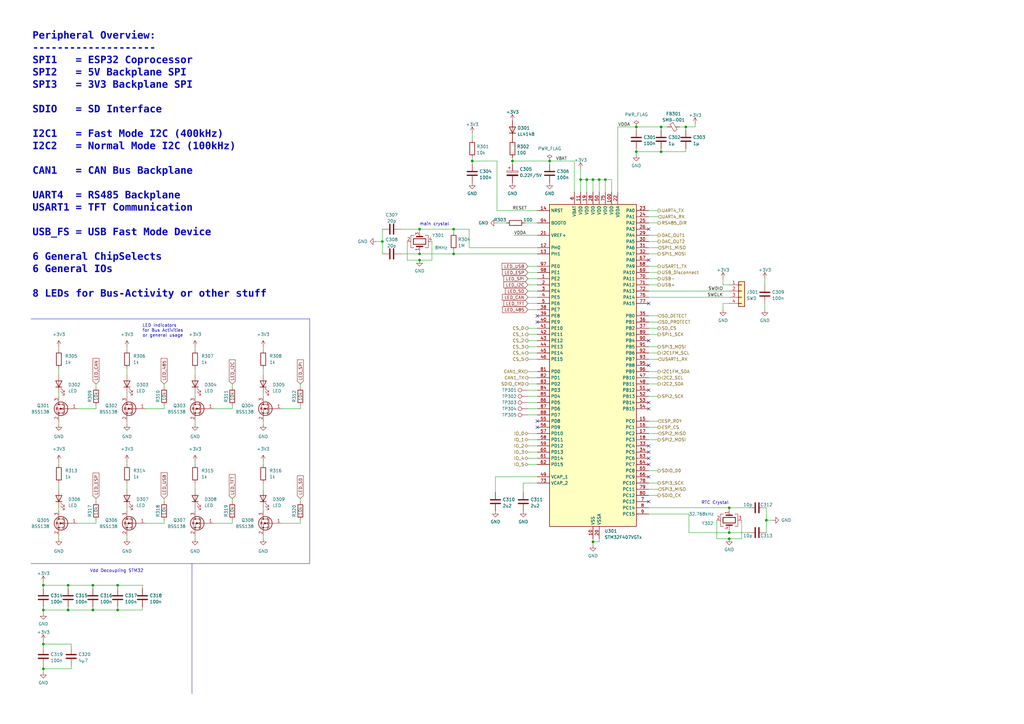
<source format=kicad_sch>
(kicad_sch (version 20230121) (generator eeschema)
  (paper "A3")
  (junction (at 17.78 250.19))
  (junction (at 17.78 264.16))
  (junction (at 186.055 93.98))
  (junction (at 186.055 104.14))
  (junction (at 260.985 52.07))
  (junction (at 299.085 220.98))
  (junction (at 248.285 73.66))
  (junction (at 281.305 52.07))
  (junction (at 240.665 73.66))
  (junction (at 271.145 62.23))
  (junction (at 243.205 73.66))
  (junction (at 27.94 250.19))
  (junction (at 225.425 66.04))
  (junction (at 260.985 62.23))
  (junction (at 238.125 73.66))
  (junction (at 27.94 240.03))
  (junction (at 172.085 104.14))
  (junction (at 210.185 66.04))
  (junction (at 245.745 73.66))
  (junction (at 172.085 93.98))
  (junction (at 17.78 240.03))
  (junction (at 17.78 274.32))
  (junction (at 243.205 222.25))
  (junction (at 193.675 66.04))
  (junction (at 314.325 213.36))
  (junction (at 48.26 240.03))
  (junction (at 38.1 240.03))
  (junction (at 299.085 218.44))
  (junction (at 48.26 250.19))
  (junction (at 271.145 52.07))
  (junction (at 38.1 250.19))
  (junction (at 299.085 208.28))
  (junction (at 172.085 106.68))
  (junction (at 156.845 99.06))
  (no_connect (at 266.065 195.58))
  (no_connect (at 220.345 175.26))
  (no_connect (at 266.065 149.86))
  (no_connect (at 266.065 182.88))
  (no_connect (at 220.345 132.08))
  (no_connect (at 266.065 185.42))
  (no_connect (at 266.065 165.1))
  (no_connect (at 266.065 106.68))
  (no_connect (at 266.065 187.96))
  (no_connect (at 266.065 124.46))
  (no_connect (at 220.345 172.72))
  (no_connect (at 220.345 129.54))
  (no_connect (at 266.065 190.5))
  (no_connect (at 266.065 160.02))
  (no_connect (at 266.065 205.74))
  (no_connect (at 266.065 167.64))
  (no_connect (at 266.065 93.98))
  (no_connect (at 266.065 139.7))
  (wire (pts (xy 186.055 102.87) (xy 186.055 104.14)))
  (wire (pts (xy 216.535 180.34) (xy 220.345 180.34)))
  (wire (pts (xy 266.065 91.44) (xy 269.875 91.44)))
  (wire (pts (xy 80.01 151.13) (xy 80.01 153.67)))
  (wire (pts (xy 260.985 52.07) (xy 253.365 52.07)))
  (wire (pts (xy 192.405 101.6) (xy 192.405 93.98)))
  (wire (pts (xy 266.065 142.24) (xy 269.875 142.24)))
  (wire (pts (xy 294.005 213.36) (xy 294.005 220.98)))
  (wire (pts (xy 296.545 116.84) (xy 299.085 116.84)))
  (wire (pts (xy 235.585 66.04) (xy 225.425 66.04)))
  (wire (pts (xy 266.065 208.28) (xy 299.085 208.28)))
  (wire (pts (xy 214.63 201.93) (xy 214.63 198.12)))
  (wire (pts (xy 115.57 214.63) (xy 123.19 214.63)))
  (wire (pts (xy 80.01 189.23) (xy 80.01 190.5)))
  (wire (pts (xy 17.78 250.19) (xy 27.94 250.19)))
  (wire (pts (xy 245.745 73.66) (xy 245.745 78.74)))
  (wire (pts (xy 266.065 96.52) (xy 269.875 96.52)))
  (wire (pts (xy 285.115 52.07) (xy 281.305 52.07)))
  (wire (pts (xy 250.825 73.66) (xy 248.285 73.66)))
  (wire (pts (xy 210.185 66.04) (xy 210.185 67.31)))
  (wire (pts (xy 296.545 114.3) (xy 296.545 116.84)))
  (wire (pts (xy 266.065 193.04) (xy 269.875 193.04)))
  (wire (pts (xy 216.535 187.96) (xy 220.345 187.96)))
  (wire (pts (xy 216.535 165.1) (xy 220.345 165.1)))
  (wire (pts (xy 269.875 137.16) (xy 266.065 137.16)))
  (wire (pts (xy 27.94 250.19) (xy 38.1 250.19)))
  (wire (pts (xy 243.205 220.98) (xy 243.205 222.25)))
  (wire (pts (xy 245.745 220.98) (xy 245.745 222.25)))
  (wire (pts (xy 266.065 116.84) (xy 269.875 116.84)))
  (wire (pts (xy 216.535 190.5) (xy 220.345 190.5)))
  (wire (pts (xy 266.065 154.94) (xy 269.875 154.94)))
  (wire (pts (xy 260.985 62.23) (xy 260.985 60.96)))
  (wire (pts (xy 215.265 91.44) (xy 220.345 91.44)))
  (wire (pts (xy 281.305 60.96) (xy 281.305 62.23)))
  (wire (pts (xy 266.065 144.78) (xy 269.875 144.78)))
  (wire (pts (xy 216.535 185.42) (xy 220.345 185.42)))
  (wire (pts (xy 216.535 167.64) (xy 220.345 167.64)))
  (wire (pts (xy 38.1 250.19) (xy 48.26 250.19)))
  (wire (pts (xy 216.535 160.02) (xy 220.345 160.02)))
  (polyline (pts (xy 127 231.14) (xy 78.74 231.14)))
  (wire (pts (xy 266.065 177.8) (xy 269.875 177.8)))
  (wire (pts (xy 296.545 127) (xy 296.545 124.46)))
  (wire (pts (xy 216.535 127) (xy 220.345 127)))
  (wire (pts (xy 17.78 264.16) (xy 29.21 264.16)))
  (wire (pts (xy 167.005 99.06) (xy 167.005 106.68)))
  (wire (pts (xy 271.145 53.34) (xy 271.145 52.07)))
  (wire (pts (xy 39.37 158.75) (xy 39.37 157.48)))
  (wire (pts (xy 52.07 198.12) (xy 52.07 200.66)))
  (wire (pts (xy 52.07 208.28) (xy 52.07 209.55)))
  (wire (pts (xy 216.535 139.7) (xy 220.345 139.7)))
  (wire (pts (xy 123.19 167.64) (xy 123.19 166.37)))
  (wire (pts (xy 214.63 198.12) (xy 220.345 198.12)))
  (wire (pts (xy 27.94 240.03) (xy 38.1 240.03)))
  (wire (pts (xy 107.95 142.24) (xy 107.95 143.51)))
  (wire (pts (xy 80.01 161.29) (xy 80.01 162.56)))
  (wire (pts (xy 29.21 265.43) (xy 29.21 264.16)))
  (wire (pts (xy 80.01 198.12) (xy 80.01 200.66)))
  (wire (pts (xy 203.835 66.04) (xy 203.835 86.36)))
  (wire (pts (xy 216.535 134.62) (xy 220.345 134.62)))
  (wire (pts (xy 316.865 213.36) (xy 314.325 213.36)))
  (wire (pts (xy 167.005 106.68) (xy 172.085 106.68)))
  (wire (pts (xy 95.25 205.74) (xy 95.25 204.47)))
  (wire (pts (xy 220.345 157.48) (xy 216.535 157.48)))
  (wire (pts (xy 266.065 114.3) (xy 269.875 114.3)))
  (wire (pts (xy 95.25 214.63) (xy 95.25 213.36)))
  (wire (pts (xy 17.78 250.19) (xy 17.78 251.46)))
  (wire (pts (xy 38.1 248.92) (xy 38.1 250.19)))
  (polyline (pts (xy 127 130.81) (xy 127 231.14)))
  (wire (pts (xy 67.31 214.63) (xy 67.31 213.36)))
  (wire (pts (xy 266.065 198.12) (xy 269.875 198.12)))
  (wire (pts (xy 248.285 73.66) (xy 248.285 78.74)))
  (wire (pts (xy 48.26 248.92) (xy 48.26 250.19)))
  (wire (pts (xy 17.78 238.76) (xy 17.78 240.03)))
  (wire (pts (xy 107.95 151.13) (xy 107.95 153.67)))
  (wire (pts (xy 172.085 93.98) (xy 172.085 95.25)))
  (wire (pts (xy 238.125 73.66) (xy 238.125 78.74)))
  (wire (pts (xy 192.405 101.6) (xy 220.345 101.6)))
  (wire (pts (xy 266.065 180.34) (xy 269.875 180.34)))
  (wire (pts (xy 243.205 222.25) (xy 243.205 223.52)))
  (wire (pts (xy 107.95 198.12) (xy 107.95 200.66)))
  (wire (pts (xy 31.75 214.63) (xy 39.37 214.63)))
  (wire (pts (xy 299.085 208.28) (xy 306.705 208.28)))
  (wire (pts (xy 245.745 73.66) (xy 243.205 73.66)))
  (wire (pts (xy 29.21 273.05) (xy 29.21 274.32)))
  (wire (pts (xy 240.665 73.66) (xy 238.125 73.66)))
  (wire (pts (xy 216.535 177.8) (xy 220.345 177.8)))
  (wire (pts (xy 95.25 158.75) (xy 95.25 157.48)))
  (wire (pts (xy 123.19 205.74) (xy 123.19 204.47)))
  (wire (pts (xy 271.145 52.07) (xy 260.985 52.07)))
  (wire (pts (xy 285.115 50.8) (xy 285.115 52.07)))
  (wire (pts (xy 243.205 73.66) (xy 243.205 78.74)))
  (wire (pts (xy 80.01 142.24) (xy 80.01 143.51)))
  (wire (pts (xy 243.205 73.66) (xy 240.665 73.66)))
  (wire (pts (xy 17.78 248.92) (xy 17.78 250.19)))
  (wire (pts (xy 266.065 147.32) (xy 269.875 147.32)))
  (wire (pts (xy 123.19 158.75) (xy 123.19 157.48)))
  (wire (pts (xy 107.95 172.72) (xy 107.95 173.99)))
  (wire (pts (xy 154.305 99.06) (xy 156.845 99.06)))
  (wire (pts (xy 48.26 240.03) (xy 58.42 240.03)))
  (wire (pts (xy 48.26 240.03) (xy 48.26 241.3)))
  (wire (pts (xy 203.835 86.36) (xy 220.345 86.36)))
  (wire (pts (xy 225.425 66.04) (xy 225.425 67.31)))
  (wire (pts (xy 216.535 121.92) (xy 220.345 121.92)))
  (polyline (pts (xy 12.7 231.14) (xy 78.74 231.14)))
  (wire (pts (xy 17.78 264.16) (xy 17.78 265.43)))
  (wire (pts (xy 186.055 93.98) (xy 186.055 95.25)))
  (wire (pts (xy 235.585 78.74) (xy 235.585 66.04)))
  (wire (pts (xy 17.78 240.03) (xy 17.78 241.3)))
  (wire (pts (xy 156.845 99.06) (xy 156.845 104.14)))
  (wire (pts (xy 216.535 119.38) (xy 220.345 119.38)))
  (wire (pts (xy 24.13 151.13) (xy 24.13 153.67)))
  (wire (pts (xy 313.69 114.3) (xy 313.69 116.84)))
  (wire (pts (xy 59.69 214.63) (xy 67.31 214.63)))
  (wire (pts (xy 203.2 201.93) (xy 203.2 195.58)))
  (wire (pts (xy 67.31 158.75) (xy 67.31 157.48)))
  (wire (pts (xy 17.78 262.89) (xy 17.78 264.16)))
  (wire (pts (xy 220.345 152.4) (xy 216.535 152.4)))
  (wire (pts (xy 193.675 54.61) (xy 193.675 57.15)))
  (wire (pts (xy 164.465 104.14) (xy 172.085 104.14)))
  (wire (pts (xy 156.845 93.98) (xy 156.845 99.06)))
  (wire (pts (xy 24.13 219.71) (xy 24.13 220.98)))
  (wire (pts (xy 17.78 273.05) (xy 17.78 274.32)))
  (wire (pts (xy 216.535 170.18) (xy 220.345 170.18)))
  (wire (pts (xy 95.25 167.64) (xy 95.25 166.37)))
  (wire (pts (xy 216.535 124.46) (xy 220.345 124.46)))
  (wire (pts (xy 266.065 134.62) (xy 269.875 134.62)))
  (wire (pts (xy 314.325 208.28) (xy 314.325 213.36)))
  (wire (pts (xy 266.065 210.82) (xy 282.575 210.82)))
  (wire (pts (xy 210.82 96.52) (xy 220.345 96.52)))
  (wire (pts (xy 39.37 167.64) (xy 39.37 166.37)))
  (wire (pts (xy 216.535 137.16) (xy 220.345 137.16)))
  (wire (pts (xy 216.535 182.88) (xy 220.345 182.88)))
  (wire (pts (xy 216.535 142.24) (xy 220.345 142.24)))
  (wire (pts (xy 38.1 240.03) (xy 48.26 240.03)))
  (wire (pts (xy 107.95 189.23) (xy 107.95 190.5)))
  (wire (pts (xy 115.57 167.64) (xy 123.19 167.64)))
  (wire (pts (xy 177.165 99.06) (xy 177.165 106.68)))
  (wire (pts (xy 17.78 274.32) (xy 29.21 274.32)))
  (wire (pts (xy 220.345 154.94) (xy 216.535 154.94)))
  (wire (pts (xy 266.065 121.92) (xy 299.085 121.92)))
  (wire (pts (xy 273.685 52.07) (xy 271.145 52.07)))
  (wire (pts (xy 52.07 142.24) (xy 52.07 143.51)))
  (wire (pts (xy 193.675 66.04) (xy 203.835 66.04)))
  (wire (pts (xy 238.125 69.215) (xy 238.125 73.66)))
  (wire (pts (xy 67.31 167.64) (xy 67.31 166.37)))
  (wire (pts (xy 216.535 144.78) (xy 220.345 144.78)))
  (wire (pts (xy 282.575 210.82) (xy 282.575 218.44)))
  (wire (pts (xy 87.63 214.63) (xy 95.25 214.63)))
  (wire (pts (xy 52.07 161.29) (xy 52.07 162.56)))
  (wire (pts (xy 58.42 240.03) (xy 58.42 241.3)))
  (wire (pts (xy 266.065 99.06) (xy 269.875 99.06)))
  (wire (pts (xy 216.535 114.3) (xy 220.345 114.3)))
  (wire (pts (xy 266.065 200.66) (xy 269.875 200.66)))
  (wire (pts (xy 216.535 111.76) (xy 220.345 111.76)))
  (wire (pts (xy 271.145 60.96) (xy 271.145 62.23)))
  (wire (pts (xy 107.95 161.29) (xy 107.95 162.56)))
  (wire (pts (xy 260.985 52.07) (xy 260.985 53.34)))
  (wire (pts (xy 296.545 124.46) (xy 299.085 124.46)))
  (wire (pts (xy 266.065 111.76) (xy 269.875 111.76)))
  (polyline (pts (xy 12.7 130.81) (xy 127 130.81)))
  (wire (pts (xy 87.63 167.64) (xy 95.25 167.64)))
  (wire (pts (xy 52.07 189.23) (xy 52.07 190.5)))
  (wire (pts (xy 24.13 189.23) (xy 24.13 190.5)))
  (wire (pts (xy 24.13 172.72) (xy 24.13 173.99)))
  (wire (pts (xy 253.365 52.07) (xy 253.365 78.74)))
  (wire (pts (xy 216.535 116.84) (xy 220.345 116.84)))
  (wire (pts (xy 304.165 220.98) (xy 299.085 220.98)))
  (wire (pts (xy 225.425 66.04) (xy 210.185 66.04)))
  (wire (pts (xy 123.19 214.63) (xy 123.19 213.36)))
  (wire (pts (xy 192.405 93.98) (xy 186.055 93.98)))
  (wire (pts (xy 52.07 172.72) (xy 52.07 173.99)))
  (wire (pts (xy 80.01 208.28) (xy 80.01 209.55)))
  (wire (pts (xy 216.535 147.32) (xy 220.345 147.32)))
  (wire (pts (xy 260.985 62.23) (xy 260.985 63.5)))
  (wire (pts (xy 250.825 78.74) (xy 250.825 73.66)))
  (wire (pts (xy 266.065 157.48) (xy 269.875 157.48)))
  (wire (pts (xy 240.665 73.66) (xy 240.665 78.74)))
  (wire (pts (xy 24.13 198.12) (xy 24.13 200.66)))
  (wire (pts (xy 186.055 104.14) (xy 220.345 104.14)))
  (wire (pts (xy 313.69 124.46) (xy 313.69 127)))
  (wire (pts (xy 24.13 208.28) (xy 24.13 209.55)))
  (wire (pts (xy 266.065 88.9) (xy 269.875 88.9)))
  (wire (pts (xy 38.1 240.03) (xy 38.1 241.3)))
  (wire (pts (xy 269.875 162.56) (xy 266.065 162.56)))
  (wire (pts (xy 299.085 217.17) (xy 299.085 218.44)))
  (wire (pts (xy 39.37 214.63) (xy 39.37 213.36)))
  (wire (pts (xy 193.675 64.77) (xy 193.675 66.04)))
  (wire (pts (xy 314.325 213.36) (xy 314.325 218.44)))
  (wire (pts (xy 271.145 62.23) (xy 260.985 62.23)))
  (wire (pts (xy 27.94 248.92) (xy 27.94 250.19)))
  (wire (pts (xy 80.01 219.71) (xy 80.01 220.98)))
  (wire (pts (xy 281.305 52.07) (xy 278.765 52.07)))
  (wire (pts (xy 266.065 152.4) (xy 269.875 152.4)))
  (wire (pts (xy 39.37 205.74) (xy 39.37 204.47)))
  (wire (pts (xy 245.745 222.25) (xy 243.205 222.25)))
  (wire (pts (xy 52.07 151.13) (xy 52.07 153.67)))
  (wire (pts (xy 266.065 104.14) (xy 269.875 104.14)))
  (wire (pts (xy 266.065 175.26) (xy 269.875 175.26)))
  (wire (pts (xy 48.26 250.19) (xy 58.42 250.19)))
  (wire (pts (xy 266.065 203.2) (xy 269.875 203.2)))
  (wire (pts (xy 266.065 109.22) (xy 269.875 109.22)))
  (wire (pts (xy 216.535 109.22) (xy 220.345 109.22)))
  (wire (pts (xy 266.065 129.54) (xy 269.875 129.54)))
  (wire (pts (xy 177.165 106.68) (xy 172.085 106.68)))
  (wire (pts (xy 24.13 161.29) (xy 24.13 162.56)))
  (wire (pts (xy 304.165 213.36) (xy 304.165 220.98)))
  (wire (pts (xy 27.94 240.03) (xy 27.94 241.3)))
  (wire (pts (xy 306.705 218.44) (xy 299.085 218.44)))
  (wire (pts (xy 172.085 93.98) (xy 164.465 93.98)))
  (wire (pts (xy 193.675 66.04) (xy 193.675 67.31)))
  (wire (pts (xy 266.065 86.36) (xy 269.875 86.36)))
  (wire (pts (xy 107.95 219.71) (xy 107.95 220.98)))
  (wire (pts (xy 203.835 91.44) (xy 207.645 91.44)))
  (wire (pts (xy 216.535 162.56) (xy 220.345 162.56)))
  (wire (pts (xy 294.005 220.98) (xy 299.085 220.98)))
  (wire (pts (xy 17.78 240.03) (xy 27.94 240.03)))
  (wire (pts (xy 107.95 208.28) (xy 107.95 209.55)))
  (wire (pts (xy 281.305 52.07) (xy 281.305 53.34)))
  (wire (pts (xy 17.78 274.32) (xy 17.78 275.59)))
  (wire (pts (xy 52.07 219.71) (xy 52.07 220.98)))
  (wire (pts (xy 266.065 172.72) (xy 269.875 172.72)))
  (wire (pts (xy 266.065 132.08) (xy 269.875 132.08)))
  (wire (pts (xy 203.2 195.58) (xy 220.345 195.58)))
  (wire (pts (xy 186.055 93.98) (xy 172.085 93.98)))
  (wire (pts (xy 67.31 205.74) (xy 67.31 204.47)))
  (wire (pts (xy 282.575 218.44) (xy 299.085 218.44)))
  (wire (pts (xy 299.085 208.28) (xy 299.085 209.55)))
  (wire (pts (xy 266.065 101.6) (xy 269.875 101.6)))
  (wire (pts (xy 59.69 167.64) (xy 67.31 167.64)))
  (wire (pts (xy 172.085 104.14) (xy 186.055 104.14)))
  (wire (pts (xy 24.13 142.24) (xy 24.13 143.51)))
  (wire (pts (xy 248.285 73.66) (xy 245.745 73.66)))
  (wire (pts (xy 58.42 250.19) (xy 58.42 248.92)))
  (wire (pts (xy 80.01 172.72) (xy 80.01 173.99)))
  (wire (pts (xy 281.305 62.23) (xy 271.145 62.23)))
  (polyline (pts (xy 78.74 231.14) (xy 78.74 284.48)))
  (wire (pts (xy 210.185 64.77) (xy 210.185 66.04)))
  (wire (pts (xy 31.75 167.64) (xy 39.37 167.64)))
  (wire (pts (xy 266.065 119.38) (xy 299.085 119.38)))
  (wire (pts (xy 172.085 102.87) (xy 172.085 104.14)))
  (text "LED Indicators\nfor Bus Activities\nor general usage" (at 58.42 138.43 0) (effects (font (size 1.27 1.27)) (justify left bottom)))
  (text "main crystal" (at 172.085 92.71 0) (effects (font (size 1.27 1.27)) (justify left bottom)))
  (text "Peripheral Overview:\n--------------------\nSPI1   = ESP32 Coprocessor\nSPI2   = 5V Backplane SPI\nSPI3   = 3V3 Backplane SPI\n\nSDIO   = SD Interface\n\nI2C1   = Fast Mode I2C (400kHz)\nI2C2   = Normal Mode I2C (100kHz)\n\nCAN1   = CAN Bus Backplane\n\nUART4  = RS485 Backplane\nUSART1 = TFT Communication\n\nUSB_FS = USB Fast Mode Device\n\n6 General ChipSelects\n6 General IOs\n\n8 LEDs for Bus-Activity or other stuff" (at 13.335 123.19 0) (effects (font (size 3 3) (thickness 0.8) bold) (justify left bottom)))
  (text "RTC Crystal" (at 287.655 207.01 0) (effects (font (size 1.27 1.27)) (justify left bottom)))
  (text "Vdd Decoupling STM32" (at 36.83 234.95 0) (effects (font (size 1.27 1.27)) (justify left bottom)))
  (label "SWDIO" (at 296.545 119.38 180))
  (label "VDDA" (at 258.445 52.07 180))
  (label "RESET" (at 210.185 86.36 0))
  (label "SWCLK" (at 296.545 121.92 180))
  (label "VDDA" (at 210.82 96.52 0))
  (label "VBAT" (at 227.965 66.04 0))
  (global_label "LED_SD" (shape input) (at 216.535 119.38 180) (property "Intersheetrefs" "${INTERSHEET_REFS}" (effects hide)))
  (global_label "LED_ESP" (shape input) (at 39.37 204.47 90) (property "Intersheetrefs" "${INTERSHEET_REFS}" (effects hide)))
  (global_label "LED_CAN" (shape input) (at 39.37 157.48 90) (property "Intersheetrefs" "${INTERSHEET_REFS}" (effects hide)))
  (global_label "LED_485" (shape input) (at 216.535 127 180) (property "Intersheetrefs" "${INTERSHEET_REFS}" (effects hide)))
  (global_label "LED_USB" (shape input) (at 67.31 204.47 90) (property "Intersheetrefs" "${INTERSHEET_REFS}" (effects hide)))
  (global_label "LED_485" (shape input) (at 67.31 157.48 90) (property "Intersheetrefs" "${INTERSHEET_REFS}" (effects hide)))
  (global_label "LED_I2C" (shape input) (at 216.535 116.84 180) (property "Intersheetrefs" "${INTERSHEET_REFS}" (effects hide)))
  (global_label "LED_USB" (shape input) (at 216.535 109.22 180) (property "Intersheetrefs" "${INTERSHEET_REFS}" (effects hide)))
  (global_label "LED_SPI" (shape input) (at 216.535 114.3 180) (property "Intersheetrefs" "${INTERSHEET_REFS}" (effects hide)))
  (global_label "LED_TFT" (shape input) (at 216.535 124.46 180) (property "Intersheetrefs" "${INTERSHEET_REFS}" (effects hide)))
  (global_label "LED_I2C" (shape input) (at 95.25 157.48 90) (property "Intersheetrefs" "${INTERSHEET_REFS}" (effects hide)))
  (global_label "LED_TFT" (shape input) (at 95.25 204.47 90) (property "Intersheetrefs" "${INTERSHEET_REFS}" (effects hide)))
  (global_label "LED_SD" (shape input) (at 123.19 204.47 90) (property "Intersheetrefs" "${INTERSHEET_REFS}" (effects hide)))
  (global_label "LED_CAN" (shape input) (at 216.535 121.92 180) (property "Intersheetrefs" "${INTERSHEET_REFS}" (effects hide)))
  (global_label "LED_ESP" (shape input) (at 216.535 111.76 180) (property "Intersheetrefs" "${INTERSHEET_REFS}" (effects hide)))
  (global_label "LED_SPI" (shape input) (at 123.19 157.48 90) (property "Intersheetrefs" "${INTERSHEET_REFS}" (effects hide)))
  (hierarchical_label "SPI2_SCK" (shape output) (at 269.875 162.56 0))
  (hierarchical_label "DAC_OUT1" (shape output) (at 269.875 96.52 0))
  (hierarchical_label "I2C2_SCL" (shape output) (at 269.875 154.94 0))
  (hierarchical_label "IO_1" (shape bidirectional) (at 216.535 180.34 180))
  (hierarchical_label "USART1_TX" (shape output) (at 269.875 109.22 0))
  (hierarchical_label "I2C1FM_SCL" (shape output) (at 269.875 144.78 0))
  (hierarchical_label "SPI3_SCK" (shape output) (at 269.875 198.12 0))
  (hierarchical_label "I2C2_SDA" (shape output) (at 269.875 157.48 0))
  (hierarchical_label "CS_3" (shape output) (at 216.535 142.24 180))
  (hierarchical_label "USART1_RX" (shape input) (at 269.875 147.32 0))
  (hierarchical_label "UART4_RX" (shape input) (at 269.875 88.9 0))
  (hierarchical_label "CS_0" (shape output) (at 216.535 134.62 180))
  (hierarchical_label "CAN1_TX" (shape output) (at 216.535 154.94 180))
  (hierarchical_label "CS_1" (shape output) (at 216.535 137.16 180))
  (hierarchical_label "SPI1_MOSI" (shape output) (at 269.875 104.14 0))
  (hierarchical_label "IO_5" (shape bidirectional) (at 216.535 190.5 180))
  (hierarchical_label "UART4_TX" (shape output) (at 269.875 86.36 0))
  (hierarchical_label "SPI1_SCK" (shape output) (at 269.875 137.16 0))
  (hierarchical_label "SD_CS" (shape output) (at 269.875 134.62 0))
  (hierarchical_label "CS_2" (shape output) (at 216.535 139.7 180))
  (hierarchical_label "IO_0" (shape bidirectional) (at 216.535 177.8 180))
  (hierarchical_label "USB-" (shape output) (at 269.875 114.3 0))
  (hierarchical_label "ESP_RDY" (shape input) (at 269.875 172.72 0))
  (hierarchical_label "CS_4" (shape output) (at 216.535 144.78 180))
  (hierarchical_label "CS_5" (shape output) (at 216.535 147.32 180))
  (hierarchical_label "ESP_CS" (shape output) (at 269.875 175.26 0))
  (hierarchical_label "SDIO_D0" (shape output) (at 269.875 193.04 0))
  (hierarchical_label "DAC_OUT2" (shape output) (at 269.875 99.06 0))
  (hierarchical_label "SPI2_MISO" (shape input) (at 269.875 177.8 0))
  (hierarchical_label "SDIO_CMD" (shape output) (at 216.535 157.48 180))
  (hierarchical_label "SD_PROTECT" (shape input) (at 269.875 132.08 0))
  (hierarchical_label "I2C1FM_SDA" (shape output) (at 269.875 152.4 0))
  (hierarchical_label "USB_Disconnect" (shape output) (at 269.875 111.76 0))
  (hierarchical_label "SPI2_MOSI" (shape output) (at 269.875 180.34 0))
  (hierarchical_label "SPI3_MISO" (shape input) (at 269.875 200.66 0))
  (hierarchical_label "SD_DETECT" (shape input) (at 269.875 129.54 0))
  (hierarchical_label "IO_4" (shape bidirectional) (at 216.535 187.96 180))
  (hierarchical_label "RS485_DIR" (shape output) (at 269.875 91.44 0))
  (hierarchical_label "SPI1_MISO" (shape input) (at 269.875 101.6 0))
  (hierarchical_label "CAN1_RX" (shape input) (at 216.535 152.4 180))
  (hierarchical_label "IO_2" (shape bidirectional) (at 216.535 182.88 180))
  (hierarchical_label "USB+" (shape output) (at 269.875 116.84 0))
  (hierarchical_label "IO_3" (shape bidirectional) (at 216.535 185.42 180))
  (hierarchical_label "SPI3_MOSI" (shape output) (at 269.875 142.24 0))
  (hierarchical_label "SDIO_CK" (shape output) (at 269.875 203.2 0))
  (symbol (lib_id "Device:R") (at 80.01 194.31 0) (unit 1)
    (property "Reference" "R315" (at 82.55 193.0399 0) (effects (justify left)))
    (property "Value" "1k" (at 82.55 195.5799 0) (effects (justify left)))
    (property "Footprint" "Resistor_SMD:R_0805_2012Metric" (effects hide))
  )
  (symbol (lib_id "Transistor_FET:BSS138") (at 26.67 167.64 0) (mirror y) (unit 1)
    (property "Reference" "Q301" (at 20.32 166.3699 0) (effects (justify left)))
    (property "Value" "BSS138" (at 20.32 168.9099 0) (effects (justify left)))
    (property "Footprint" "Package_TO_SOT_SMD:SOT-23" (effects hide))
    (property "Datasheet" "https://www.onsemi.com/pub/Collateral/BSS138-D.PDF" (effects hide))
  )
  (symbol (lib_id "Connector_Generic:Conn_01x04") (at 304.165 119.38 0) (unit 1)
    (property "Reference" "J301" (at 306.197 119.8153 0) (effects (justify left)))
    (property "Value" "SWD" (at 306.197 122.3522 0) (effects (justify left)))
    (property "Footprint" "Connector_JST:JST_XH_B4B-XH-A_1x04_P2.50mm_Vertical" (effects hide))
  )
  (symbol (lib_id "Device:Crystal_GND23") (at 299.085 213.36 90) (mirror x) (unit 1)
    (property "Reference" "Y302" (at 290.195 214.63 90))
    (property "Value" "32.768kHz" (at 287.655 210.82 90))
    (property "Footprint" "Crystal:Crystal_SMD_SeikoEpson_MC306-4Pin_8.0x3.2mm" (effects hide))
  )
  (symbol (lib_id "Device:R") (at 210.185 60.96 0) (unit 1)
    (property "Reference" "R302" (at 211.963 60.1253 0) (effects (justify left)))
    (property "Value" "100" (at 211.963 62.6622 0) (effects (justify left)))
    (property "Footprint" "Resistor_SMD:R_0805_2012Metric" (effects hide))
  )
  (symbol (lib_id "Device:R") (at 24.13 194.31 0) (unit 1)
    (property "Reference" "R313" (at 26.67 193.0399 0) (effects (justify left)))
    (property "Value" "1k" (at 26.67 195.5799 0) (effects (justify left)))
    (property "Footprint" "Resistor_SMD:R_0805_2012Metric" (effects hide))
  )
  (symbol (lib_id "power:+3V3") (at 80.01 142.24 0) (unit 1)
    (property "Reference" "#PWR0318" (effects hide))
    (property "Value" "+3V3" (at 80.01 137.16 0))
  )
  (symbol (lib_id "Device:R") (at 52.07 194.31 0) (unit 1)
    (property "Reference" "R314" (at 54.61 193.0399 0) (effects (justify left)))
    (property "Value" "1k" (at 54.61 195.5799 0) (effects (justify left)))
    (property "Footprint" "Resistor_SMD:R_0805_2012Metric" (effects hide))
  )
  (symbol (lib_id "power:+3V3") (at 17.78 238.76 0) (unit 1)
    (property "Reference" "#PWR0337" (effects hide))
    (property "Value" "+3V3" (at 17.78 235.1842 0))
  )
  (symbol (lib_id "power:GND") (at 17.78 275.59 0) (unit 1)
    (property "Reference" "#PWR0340" (effects hide))
    (property "Value" "GND" (at 17.78 280.0334 0))
  )
  (symbol (lib_id "Device:R") (at 186.055 99.06 0) (unit 1)
    (property "Reference" "R304" (at 187.833 98.2253 0) (effects (justify left)))
    (property "Value" "1M" (at 187.833 100.7622 0) (effects (justify left)))
    (property "Footprint" "Resistor_SMD:R_0805_2012Metric" (effects hide))
  )
  (symbol (lib_id "power:+3V3") (at 24.13 142.24 0) (unit 1)
    (property "Reference" "#PWR0316" (effects hide))
    (property "Value" "+3V3" (at 24.13 137.16 0))
  )
  (symbol (lib_id "power:GND") (at 203.2 209.55 0) (unit 1)
    (property "Reference" "#PWR0328" (effects hide))
    (property "Value" "GND" (at 203.2 213.9934 0))
  )
  (symbol (lib_id "power:GND") (at 299.085 220.98 0) (mirror y) (unit 1)
    (property "Reference" "#PWR0335" (effects hide))
    (property "Value" "GND" (at 299.085 225.4234 0))
  )
  (symbol (lib_id "Device:C") (at 48.26 245.11 0) (unit 1)
    (property "Reference" "C317" (at 51.181 244.2753 0) (effects (justify left)))
    (property "Value" "100n" (at 51.181 246.8122 0) (effects (justify left)))
    (property "Footprint" "Capacitor_SMD:C_0805_2012Metric" (effects hide))
  )
  (symbol (lib_id "Device:R") (at 39.37 162.56 180) (unit 1)
    (property "Reference" "R309" (at 36.83 162.56 90))
    (property "Value" "10k" (at 39.37 162.56 90))
    (property "Footprint" "Resistor_SMD:R_0805_2012Metric" (effects hide))
  )
  (symbol (lib_id "Device:R") (at 52.07 147.32 0) (unit 1)
    (property "Reference" "R306" (at 54.61 146.0499 0) (effects (justify left)))
    (property "Value" "1k" (at 54.61 148.5899 0) (effects (justify left)))
    (property "Footprint" "Resistor_SMD:R_0805_2012Metric" (effects hide))
  )
  (symbol (lib_id "power:GND") (at 172.085 106.68 0) (unit 1)
    (property "Reference" "#PWR0311" (effects hide))
    (property "Value" "GND" (at 172.085 111.1234 0))
  )
  (symbol (lib_id "power:GND") (at 52.07 173.99 0) (unit 1)
    (property "Reference" "#PWR0321" (effects hide))
    (property "Value" "GND" (at 52.07 179.07 0))
  )
  (symbol (lib_name "GND_1") (lib_id "power:GND") (at 243.205 223.52 0) (unit 1)
    (property "Reference" "#PWR0336" (effects hide))
    (property "Value" "GND" (at 243.205 227.965 0))
  )
  (symbol (lib_id "Device:R") (at 107.95 147.32 0) (unit 1)
    (property "Reference" "R308" (at 110.49 146.0499 0) (effects (justify left)))
    (property "Value" "1k" (at 110.49 148.5899 0) (effects (justify left)))
    (property "Footprint" "Resistor_SMD:R_0805_2012Metric" (effects hide))
  )
  (symbol (lib_id "power:GND") (at 107.95 220.98 0) (unit 1)
    (property "Reference" "#PWR0334" (effects hide))
    (property "Value" "GND" (at 107.95 226.06 0))
  )
  (symbol (lib_id "power:PWR_FLAG") (at 225.425 66.04 0) (unit 1)
    (property "Reference" "#FLG0301" (effects hide))
    (property "Value" "PWR_FLAG" (at 225.425 60.96 0))
  )
  (symbol (lib_id "Device:C") (at 29.21 269.24 0) (unit 1)
    (property "Reference" "C320" (at 32.131 268.4053 0) (effects (justify left)))
    (property "Value" "4µ7" (at 32.131 270.9422 0) (effects (justify left)))
    (property "Footprint" "Capacitor_SMD:C_0805_2012Metric" (effects hide))
  )
  (symbol (lib_id "power:GND") (at 17.78 251.46 0) (unit 1)
    (property "Reference" "#PWR0338" (effects hide))
    (property "Value" "GND" (at 17.78 255.9034 0))
  )
  (symbol (lib_id "Transistor_FET:BSS138") (at 54.61 167.64 0) (mirror y) (unit 1)
    (property "Reference" "Q302" (at 48.26 166.3699 0) (effects (justify left)))
    (property "Value" "BSS138" (at 48.26 168.9099 0) (effects (justify left)))
    (property "Footprint" "Package_TO_SOT_SMD:SOT-23" (effects hide))
    (property "Datasheet" "https://www.onsemi.com/pub/Collateral/BSS138-D.PDF" (effects hide))
  )
  (symbol (lib_id "Connector:TestPoint") (at 216.535 162.56 90) (unit 1)
    (property "Reference" "TP302" (at 208.915 162.56 90))
    (property "Value" "TestPoint" (effects hide))
    (property "Footprint" "TestPoint:TestPoint_Keystone_5000-5004_Miniature" (effects hide))
  )
  (symbol (lib_id "Device:LED") (at 24.13 157.48 90) (unit 1)
    (property "Reference" "D302" (at 27.94 157.7974 90) (effects (justify right)))
    (property "Value" "LED" (at 27.94 160.3374 90) (effects (justify right)))
    (property "Footprint" "LED_THT:LED_D3.0mm" (effects hide))
  )
  (symbol (lib_id "Device:C") (at 310.515 218.44 270) (mirror x) (unit 1)
    (property "Reference" "C313" (at 314.325 219.71 90))
    (property "Value" "10p" (at 306.705 219.71 90))
    (property "Footprint" "Capacitor_SMD:C_0805_2012Metric" (effects hide))
  )
  (symbol (lib_id "power:+3V3") (at 210.185 49.53 0) (unit 1)
    (property "Reference" "#PWR0301" (effects hide))
    (property "Value" "+3V3" (at 210.185 45.9542 0))
  )
  (symbol (lib_id "Connector:TestPoint") (at 216.535 167.64 90) (unit 1)
    (property "Reference" "TP304" (at 208.915 167.64 90))
    (property "Value" "TestPoint" (effects hide))
    (property "Footprint" "TestPoint:TestPoint_Keystone_5000-5004_Miniature" (effects hide))
  )
  (symbol (lib_id "Transistor_FET:BSS138") (at 54.61 214.63 0) (mirror y) (unit 1)
    (property "Reference" "Q306" (at 48.26 213.3599 0) (effects (justify left)))
    (property "Value" "BSS138" (at 48.26 215.8999 0) (effects (justify left)))
    (property "Footprint" "Package_TO_SOT_SMD:SOT-23" (effects hide))
    (property "Datasheet" "https://www.onsemi.com/pub/Collateral/BSS138-D.PDF" (effects hide))
  )
  (symbol (lib_id "Device:C") (at 203.2 205.74 0) (unit 1)
    (property "Reference" "C310" (at 206.121 204.9053 0) (effects (justify left)))
    (property "Value" "2u2" (at 206.121 207.4422 0) (effects (justify left)))
    (property "Footprint" "Capacitor_SMD:C_0805_2012Metric" (effects hide))
  )
  (symbol (lib_id "Device:C_Polarized") (at 210.185 71.12 0) (unit 1)
    (property "Reference" "C305" (at 213.106 69.3963 0) (effects (justify left)))
    (property "Value" "0.22F/5V" (at 213.106 71.9332 0) (effects (justify left)))
    (property "Footprint" "Capacitor_SMD:CP_Elec_10x10.5" (effects hide))
  )
  (symbol (lib_id "Device:C") (at 160.655 104.14 90) (unit 1)
    (property "Reference" "C308" (at 160.655 98.2812 90))
    (property "Value" "20p" (at 160.655 100.8181 90))
    (property "Footprint" "Capacitor_SMD:C_0805_2012Metric" (effects hide))
  )
  (symbol (lib_id "Device:R") (at 67.31 209.55 180) (unit 1)
    (property "Reference" "R318" (at 64.77 209.55 90))
    (property "Value" "10k" (at 67.31 209.55 90))
    (property "Footprint" "Resistor_SMD:R_0805_2012Metric" (effects hide))
  )
  (symbol (lib_id "Device:FerriteBead_Small") (at 276.225 52.07 270) (mirror x) (unit 1)
    (property "Reference" "FB301" (at 276.2631 46.6684 90))
    (property "Value" "SMB-001" (at 276.2631 49.2053 90))
    (property "Footprint" "Eigene:SMB-001" (effects hide))
  )
  (symbol (lib_id "Device:LED") (at 52.07 157.48 90) (unit 1)
    (property "Reference" "D303" (at 55.88 157.7974 90) (effects (justify right)))
    (property "Value" "LED" (at 55.88 160.3374 90) (effects (justify right)))
    (property "Footprint" "LED_THT:LED_D3.0mm" (effects hide))
  )
  (symbol (lib_id "Device:C") (at 27.94 245.11 0) (unit 1)
    (property "Reference" "C315" (at 30.861 244.2753 0) (effects (justify left)))
    (property "Value" "100n" (at 30.861 246.8122 0) (effects (justify left)))
    (property "Footprint" "Capacitor_SMD:C_0805_2012Metric" (effects hide))
  )
  (symbol (lib_id "Device:R") (at 80.01 147.32 0) (unit 1)
    (property "Reference" "R307" (at 82.55 146.0499 0) (effects (justify left)))
    (property "Value" "1k" (at 82.55 148.5899 0) (effects (justify left)))
    (property "Footprint" "Resistor_SMD:R_0805_2012Metric" (effects hide))
  )
  (symbol (lib_id "power:GND") (at 203.835 91.44 270) (unit 1)
    (property "Reference" "#PWR0309" (effects hide))
    (property "Value" "GND" (at 196.215 91.44 90) (effects (justify left)))
  )
  (symbol (lib_id "power:+3V3") (at 80.01 189.23 0) (unit 1)
    (property "Reference" "#PWR0326" (effects hide))
    (property "Value" "+3V3" (at 80.01 184.15 0))
  )
  (symbol (lib_id "Transistor_FET:BSS138") (at 110.49 167.64 0) (mirror y) (unit 1)
    (property "Reference" "Q304" (at 104.14 166.3699 0) (effects (justify left)))
    (property "Value" "BSS138" (at 104.14 168.9099 0) (effects (justify left)))
    (property "Footprint" "Package_TO_SOT_SMD:SOT-23" (effects hide))
    (property "Datasheet" "https://www.onsemi.com/pub/Collateral/BSS138-D.PDF" (effects hide))
  )
  (symbol (lib_id "Device:R") (at 95.25 209.55 180) (unit 1)
    (property "Reference" "R319" (at 92.71 209.55 90))
    (property "Value" "10k" (at 95.25 209.55 90))
    (property "Footprint" "Resistor_SMD:R_0805_2012Metric" (effects hide))
  )
  (symbol (lib_id "power:GND") (at 107.95 173.99 0) (unit 1)
    (property "Reference" "#PWR0323" (effects hide))
    (property "Value" "GND" (at 107.95 179.07 0))
  )
  (symbol (lib_id "Transistor_FET:BSS138") (at 82.55 214.63 0) (mirror y) (unit 1)
    (property "Reference" "Q307" (at 76.2 213.3599 0) (effects (justify left)))
    (property "Value" "BSS138" (at 76.2 215.8999 0) (effects (justify left)))
    (property "Footprint" "Package_TO_SOT_SMD:SOT-23" (effects hide))
    (property "Datasheet" "https://www.onsemi.com/pub/Collateral/BSS138-D.PDF" (effects hide))
  )
  (symbol (lib_id "power:+3V3") (at 238.125 69.215 0) (unit 1)
    (property "Reference" "#PWR0305" (effects hide))
    (property "Value" "+3V3" (at 238.125 65.6392 0))
  )
  (symbol (lib_id "power:+3V3") (at 107.95 142.24 0) (unit 1)
    (property "Reference" "#PWR0319" (effects hide))
    (property "Value" "+3V3" (at 107.95 137.16 0))
  )
  (symbol (lib_id "Transistor_FET:BSS138") (at 26.67 214.63 0) (mirror y) (unit 1)
    (property "Reference" "Q305" (at 20.32 213.3599 0) (effects (justify left)))
    (property "Value" "BSS138" (at 20.32 215.8999 0) (effects (justify left)))
    (property "Footprint" "Package_TO_SOT_SMD:SOT-23" (effects hide))
    (property "Datasheet" "https://www.onsemi.com/pub/Collateral/BSS138-D.PDF" (effects hide))
  )
  (symbol (lib_id "power:+3V3") (at 24.13 189.23 0) (unit 1)
    (property "Reference" "#PWR0324" (effects hide))
    (property "Value" "+3V3" (at 24.13 184.15 0))
  )
  (symbol (lib_id "power:GND") (at 80.01 220.98 0) (unit 1)
    (property "Reference" "#PWR0333" (effects hide))
    (property "Value" "GND" (at 80.01 226.06 0))
  )
  (symbol (lib_id "Connector:TestPoint") (at 216.535 165.1 90) (unit 1)
    (property "Reference" "TP303" (at 208.915 165.1 90))
    (property "Value" "TestPoint" (effects hide))
    (property "Footprint" "TestPoint:TestPoint_Keystone_5000-5004_Miniature" (effects hide))
  )
  (symbol (lib_id "power:+3V3") (at 296.545 114.3 0) (unit 1)
    (property "Reference" "#PWR0312" (effects hide))
    (property "Value" "+3V3" (at 296.545 110.7242 0))
  )
  (symbol (lib_id "Device:R") (at 95.25 162.56 180) (unit 1)
    (property "Reference" "R311" (at 92.71 162.56 90))
    (property "Value" "10k" (at 95.25 162.56 90))
    (property "Footprint" "Resistor_SMD:R_0805_2012Metric" (effects hide))
  )
  (symbol (lib_id "power:+3V3") (at 52.07 189.23 0) (unit 1)
    (property "Reference" "#PWR0325" (effects hide))
    (property "Value" "+3V3" (at 52.07 184.15 0))
  )
  (symbol (lib_id "Device:C") (at 310.515 208.28 270) (mirror x) (unit 1)
    (property "Reference" "C312" (at 314.325 207.01 90))
    (property "Value" "10p" (at 306.705 207.01 90))
    (property "Footprint" "Capacitor_SMD:C_0805_2012Metric" (effects hide))
  )
  (symbol (lib_id "Device:R") (at 107.95 194.31 0) (unit 1)
    (property "Reference" "R316" (at 110.49 193.0399 0) (effects (justify left)))
    (property "Value" "1k" (at 110.49 195.5799 0) (effects (justify left)))
    (property "Footprint" "Resistor_SMD:R_0805_2012Metric" (effects hide))
  )
  (symbol (lib_id "Device:R") (at 67.31 162.56 180) (unit 1)
    (property "Reference" "R310" (at 64.77 162.56 90))
    (property "Value" "10k" (at 67.31 162.56 90))
    (property "Footprint" "Resistor_SMD:R_0805_2012Metric" (effects hide))
  )
  (symbol (lib_id "Connector:TestPoint") (at 216.535 170.18 90) (unit 1)
    (property "Reference" "TP305" (at 208.915 170.18 90))
    (property "Value" "TestPoint" (effects hide))
    (property "Footprint" "TestPoint:TestPoint_Keystone_5000-5004_Miniature" (effects hide))
  )
  (symbol (lib_id "Transistor_FET:BSS138") (at 110.49 214.63 0) (mirror y) (unit 1)
    (property "Reference" "Q308" (at 104.14 213.3599 0) (effects (justify left)))
    (property "Value" "BSS138" (at 104.14 215.8999 0) (effects (justify left)))
    (property "Footprint" "Package_TO_SOT_SMD:SOT-23" (effects hide))
    (property "Datasheet" "https://www.onsemi.com/pub/Collateral/BSS138-D.PDF" (effects hide))
  )
  (symbol (lib_id "Device:LED") (at 24.13 204.47 90) (unit 1)
    (property "Reference" "D306" (at 27.94 204.7874 90) (effects (justify right)))
    (property "Value" "LED" (at 27.94 207.3274 90) (effects (justify right)))
    (property "Footprint" "LED_THT:LED_D3.0mm" (effects hide))
  )
  (symbol (lib_id "Device:LED") (at 107.95 204.47 90) (unit 1)
    (property "Reference" "D309" (at 111.76 204.7874 90) (effects (justify right)))
    (property "Value" "LED" (at 111.76 207.3274 90) (effects (justify right)))
    (property "Footprint" "LED_THT:LED_D3.0mm" (effects hide))
  )
  (symbol (lib_id "power:+3V3") (at 313.69 114.3 0) (unit 1)
    (property "Reference" "#PWR0313" (effects hide))
    (property "Value" "+3V3" (at 313.69 110.7242 0))
  )
  (symbol (lib_id "power:+3V3") (at 193.675 54.61 0) (unit 1)
    (property "Reference" "#PWR0303" (effects hide))
    (property "Value" "+3V3" (at 193.675 51.0342 0))
  )
  (symbol (lib_id "Device:LED") (at 80.01 157.48 90) (unit 1)
    (property "Reference" "D304" (at 83.82 157.7974 90) (effects (justify right)))
    (property "Value" "LED" (at 83.82 160.3374 90) (effects (justify right)))
    (property "Footprint" "LED_THT:LED_D3.0mm" (effects hide))
  )
  (symbol (lib_id "Device:C") (at 58.42 245.11 0) (unit 1)
    (property "Reference" "C318" (at 61.341 244.2753 0) (effects (justify left)))
    (property "Value" "100n" (at 61.341 246.8122 0) (effects (justify left)))
    (property "Footprint" "Capacitor_SMD:C_0805_2012Metric" (effects hide))
  )
  (symbol (lib_id "Device:R") (at 211.455 91.44 90) (unit 1)
    (property "Reference" "R303" (at 205.105 90.17 90))
    (property "Value" "100" (at 216.535 90.17 90))
    (property "Footprint" "Resistor_SMD:R_0805_2012Metric" (effects hide))
  )
  (symbol (lib_id "Device:C") (at 193.675 71.12 0) (unit 1)
    (property "Reference" "C304" (at 196.596 70.2853 0) (effects (justify left)))
    (property "Value" "100n" (at 196.596 72.8222 0) (effects (justify left)))
    (property "Footprint" "Capacitor_SMD:C_0805_2012Metric" (effects hide))
  )
  (symbol (lib_id "power:GND") (at 313.69 127 0) (unit 1)
    (property "Reference" "#PWR0315" (effects hide))
    (property "Value" "GND" (at 313.69 131.4434 0))
  )
  (symbol (lib_id "Device:C") (at 225.425 71.12 0) (unit 1)
    (property "Reference" "C306" (at 228.346 70.2853 0) (effects (justify left)))
    (property "Value" "100n" (at 228.346 72.8222 0) (effects (justify left)))
    (property "Footprint" "Capacitor_SMD:C_0805_2012Metric" (effects hide))
  )
  (symbol (lib_id "Device:LED") (at 80.01 204.47 90) (unit 1)
    (property "Reference" "D308" (at 83.82 204.7874 90) (effects (justify right)))
    (property "Value" "LED" (at 83.82 207.3274 90) (effects (justify right)))
    (property "Footprint" "LED_THT:LED_D3.0mm" (effects hide))
  )
  (symbol (lib_id "Device:R") (at 193.675 60.96 0) (unit 1)
    (property "Reference" "R301" (at 195.453 60.1253 0) (effects (justify left)))
    (property "Value" "10k" (at 195.453 62.6622 0) (effects (justify left)))
    (property "Footprint" "Resistor_SMD:R_0805_2012Metric" (effects hide))
  )
  (symbol (lib_id "Device:LED") (at 107.95 157.48 90) (unit 1)
    (property "Reference" "D305" (at 111.76 157.7974 90) (effects (justify right)))
    (property "Value" "LED" (at 111.76 160.3374 90) (effects (justify right)))
    (property "Footprint" "LED_THT:LED_D3.0mm" (effects hide))
  )
  (symbol (lib_id "power:GND") (at 52.07 220.98 0) (unit 1)
    (property "Reference" "#PWR0332" (effects hide))
    (property "Value" "GND" (at 52.07 226.06 0))
  )
  (symbol (lib_id "Device:C") (at 17.78 245.11 0) (unit 1)
    (property "Reference" "C314" (at 20.701 244.2753 0) (effects (justify left)))
    (property "Value" "100n" (at 20.701 246.8122 0) (effects (justify left)))
    (property "Footprint" "Capacitor_SMD:C_0805_2012Metric" (effects hide))
  )
  (symbol (lib_id "Device:C") (at 281.305 57.15 0) (unit 1)
    (property "Reference" "C303" (at 284.226 56.3153 0) (effects (justify left)))
    (property "Value" "1µ" (at 284.226 58.8522 0) (effects (justify left)))
    (property "Footprint" "Capacitor_SMD:C_0805_2012Metric" (effects hide))
  )
  (symbol (lib_id "Device:R") (at 24.13 147.32 0) (unit 1)
    (property "Reference" "R305" (at 26.67 146.0499 0) (effects (justify left)))
    (property "Value" "1k" (at 26.67 148.5899 0) (effects (justify left)))
    (property "Footprint" "Resistor_SMD:R_0805_2012Metric" (effects hide))
  )
  (symbol (lib_id "power:+3V3") (at 285.115 50.8 0) (mirror y) (unit 1)
    (property "Reference" "#PWR0302" (effects hide))
    (property "Value" "+3V3" (at 285.115 47.2242 0))
  )
  (symbol (lib_id "power:+3V3") (at 52.07 142.24 0) (unit 1)
    (property "Reference" "#PWR0317" (effects hide))
    (property "Value" "+3V3" (at 52.07 137.16 0))
  )
  (symbol (lib_id "Device:R") (at 39.37 209.55 180) (unit 1)
    (property "Reference" "R317" (at 36.83 209.55 90))
    (property "Value" "10k" (at 39.37 209.55 90))
    (property "Footprint" "Resistor_SMD:R_0805_2012Metric" (effects hide))
  )
  (symbol (lib_id "Device:R") (at 123.19 162.56 180) (unit 1)
    (property "Reference" "R312" (at 120.65 162.56 90))
    (property "Value" "10k" (at 123.19 162.56 90))
    (property "Footprint" "Resistor_SMD:R_0805_2012Metric" (effects hide))
  )
  (symbol (lib_id "power:GND") (at 296.545 127 0) (unit 1)
    (property "Reference" "#PWR0314" (effects hide))
    (property "Value" "GND" (at 296.545 131.4434 0))
  )
  (symbol (lib_id "Device:LED") (at 52.07 204.47 90) (unit 1)
    (property "Reference" "D307" (at 55.88 204.7874 90) (effects (justify right)))
    (property "Value" "LED" (at 55.88 207.3274 90) (effects (justify right)))
    (property "Footprint" "LED_THT:LED_D3.0mm" (effects hide))
  )
  (symbol (lib_id "power:GND") (at 260.985 63.5 0) (unit 1)
    (property "Reference" "#PWR0304" (effects hide))
    (property "Value" "GND" (at 260.985 67.9434 0))
  )
  (symbol (lib_id "Device:C") (at 260.985 57.15 0) (unit 1)
    (property "Reference" "C301" (at 263.906 56.3153 0) (effects (justify left)))
    (property "Value" "100n" (at 263.906 58.8522 0) (effects (justify left)))
    (property "Footprint" "Capacitor_SMD:C_0805_2012Metric" (effects hide))
  )
  (symbol (lib_id "Connector:TestPoint") (at 216.535 160.02 90) (unit 1)
    (property "Reference" "TP301" (at 208.915 160.02 90))
    (property "Value" "TestPoint" (effects hide))
    (property "Footprint" "TestPoint:TestPoint_Keystone_5000-5004_Miniature" (effects hide))
  )
  (symbol (lib_id "Device:C") (at 313.69 120.65 0) (unit 1)
    (property "Reference" "C309" (at 316.611 119.8153 0) (effects (justify left)))
    (property "Value" "100n" (at 316.611 122.3522 0) (effects (justify left)))
    (property "Footprint" "Capacitor_SMD:C_0805_2012Metric" (effects hide))
  )
  (symbol (lib_id "Diode:LL4148") (at 210.185 53.34 90) (unit 1)
    (property "Reference" "D301" (at 212.217 52.5053 90) (effects (justify right)))
    (property "Value" "LL4148" (at 212.217 55.0422 90) (effects (justify right)))
    (property "Footprint" "Diode_SMD:D_MiniMELF" (effects hide))
    (property "Datasheet" "http://www.vishay.com/docs/85557/ll4148.pdf" (effects hide))
  )
  (symbol (lib_id "Device:R") (at 123.19 209.55 180) (unit 1)
    (property "Reference" "R320" (at 120.65 209.55 90))
    (property "Value" "10k" (at 123.19 209.55 90))
    (property "Footprint" "Resistor_SMD:R_0805_2012Metric" (effects hide))
  )
  (symbol (lib_id "Transistor_FET:BSS138") (at 82.55 167.64 0) (mirror y) (unit 1)
    (property "Reference" "Q303" (at 76.2 166.3699 0) (effects (justify left)))
    (property "Value" "BSS138" (at 76.2 168.9099 0) (effects (justify left)))
    (property "Footprint" "Package_TO_SOT_SMD:SOT-23" (effects hide))
    (property "Datasheet" "https://www.onsemi.com/pub/Collateral/BSS138-D.PDF" (effects hide))
  )
  (symbol (lib_id "power:GND") (at 210.185 74.93 0) (unit 1)
    (property "Reference" "#PWR0307" (effects hide))
    (property "Value" "GND" (at 210.185 79.3734 0))
  )
  (symbol (lib_id "Device:C") (at 38.1 245.11 0) (unit 1)
    (property "Reference" "C316" (at 41.021 244.2753 0) (effects (justify left)))
    (property "Value" "100n" (at 41.021 246.8122 0) (effects (justify left)))
    (property "Footprint" "Capacitor_SMD:C_0805_2012Metric" (effects hide))
  )
  (symbol (lib_id "Device:Crystal_GND24") (at 172.085 99.06 90) (unit 1)
    (property "Reference" "Y301" (at 179.705 96.52 90))
    (property "Value" "8MHz" (at 180.975 101.6 90))
    (property "Footprint" "Crystal:Crystal_SMD_5032-4Pin_5.0x3.2mm" (effects hide))
  )
  (symbol (lib_id "power:GND") (at 316.865 213.36 90) (mirror x) (unit 1)
    (property "Reference" "#PWR0330" (effects hide))
    (property "Value" "GND" (at 324.485 213.36 90) (effects (justify left)))
  )
  (symbol (lib_id "MCU_ST_STM32F4:STM32F407VGTx") (at 243.205 149.86 0) (unit 1)
    (property "Reference" "U301" (at 247.9391 217.805 0) (effects (justify left)))
    (property "Value" "STM32F407VGTx" (at 247.9391 220.345 0) (effects (justify left)))
    (property "Footprint" "Package_QFP:LQFP-100_14x14mm_P0.5mm" (effects hide))
    (property "Datasheet" "https://www.st.com/resource/en/datasheet/stm32f407vg.pdf" (effects hide))
  )
  (symbol (lib_id "Device:C") (at 271.145 57.15 0) (unit 1)
    (property "Reference" "C302" (at 274.066 56.3153 0) (effects (justify left)))
    (property "Value" "1µ" (at 274.066 58.8522 0) (effects (justify left)))
    (property "Footprint" "Capacitor_SMD:C_0805_2012Metric" (effects hide))
  )
  (symbol (lib_id "power:GND") (at 225.425 74.93 0) (unit 1)
    (property "Reference" "#PWR0308" (effects hide))
    (property "Value" "GND" (at 225.425 79.3734 0))
  )
  (symbol (lib_id "power:PWR_FLAG") (at 260.985 52.07 0) (unit 1)
    (property "Reference" "#FLG0302" (effects hide))
    (property "Value" "PWR_FLAG" (at 260.985 46.99 0))
  )
  (symbol (lib_id "Device:C") (at 214.63 205.74 0) (unit 1)
    (property "Reference" "C311" (at 217.551 204.9053 0) (effects (justify left)))
    (property "Value" "2u2" (at 217.551 207.4422 0) (effects (justify left)))
    (property "Footprint" "Capacitor_SMD:C_0805_2012Metric" (effects hide))
  )
  (symbol (lib_id "power:GND") (at 80.01 173.99 0) (unit 1)
    (property "Reference" "#PWR0322" (effects hide))
    (property "Value" "GND" (at 80.01 179.07 0))
  )
  (symbol (lib_id "power:GND") (at 193.675 74.93 0) (unit 1)
    (property "Reference" "#PWR0306" (effects hide))
    (property "Value" "GND" (at 193.675 79.3734 0))
  )
  (symbol (lib_id "power:GND") (at 214.63 209.55 0) (unit 1)
    (property "Reference" "#PWR0329" (effects hide))
    (property "Value" "GND" (at 214.63 213.9934 0))
  )
  (symbol (lib_id "power:GND") (at 154.305 99.06 270) (unit 1)
    (property "Reference" "#PWR0310" (effects hide))
    (property "Value" "GND" (at 146.685 99.06 90) (effects (justify left)))
  )
  (symbol (lib_id "power:+3V3") (at 107.95 189.23 0) (unit 1)
    (property "Reference" "#PWR0327" (effects hide))
    (property "Value" "+3V3" (at 107.95 184.15 0))
  )
  (symbol (lib_id "Device:C") (at 160.655 93.98 90) (unit 1)
    (property "Reference" "C307" (at 160.655 88.1212 90))
    (property "Value" "20p" (at 160.655 90.6581 90))
    (property "Footprint" "Capacitor_SMD:C_0805_2012Metric" (effects hide))
  )
  (symbol (lib_id "Device:C") (at 17.78 269.24 0) (unit 1)
    (property "Reference" "C319" (at 20.701 268.4053 0) (effects (justify left)))
    (property "Value" "100n" (at 20.701 270.9422 0) (effects (justify left)))
    (property "Footprint" "Capacitor_SMD:C_0805_2012Metric" (effects hide))
  )
  (symbol (lib_id "power:+3V3") (at 17.78 262.89 0) (unit 1)
    (property "Reference" "#PWR0339" (effects hide))
    (property "Value" "+3V3" (at 17.78 259.3142 0))
  )
  (symbol (lib_id "power:GND") (at 24.13 220.98 0) (unit 1)
    (property "Reference" "#PWR0331" (effects hide))
    (property "Value" "GND" (at 24.13 226.06 0))
  )
  (symbol (lib_id "power:GND") (at 24.13 173.99 0) (unit 1)
    (property "Reference" "#PWR0320" (effects hide))
    (property "Value" "GND" (at 24.13 179.07 0))
  )
)
</source>
